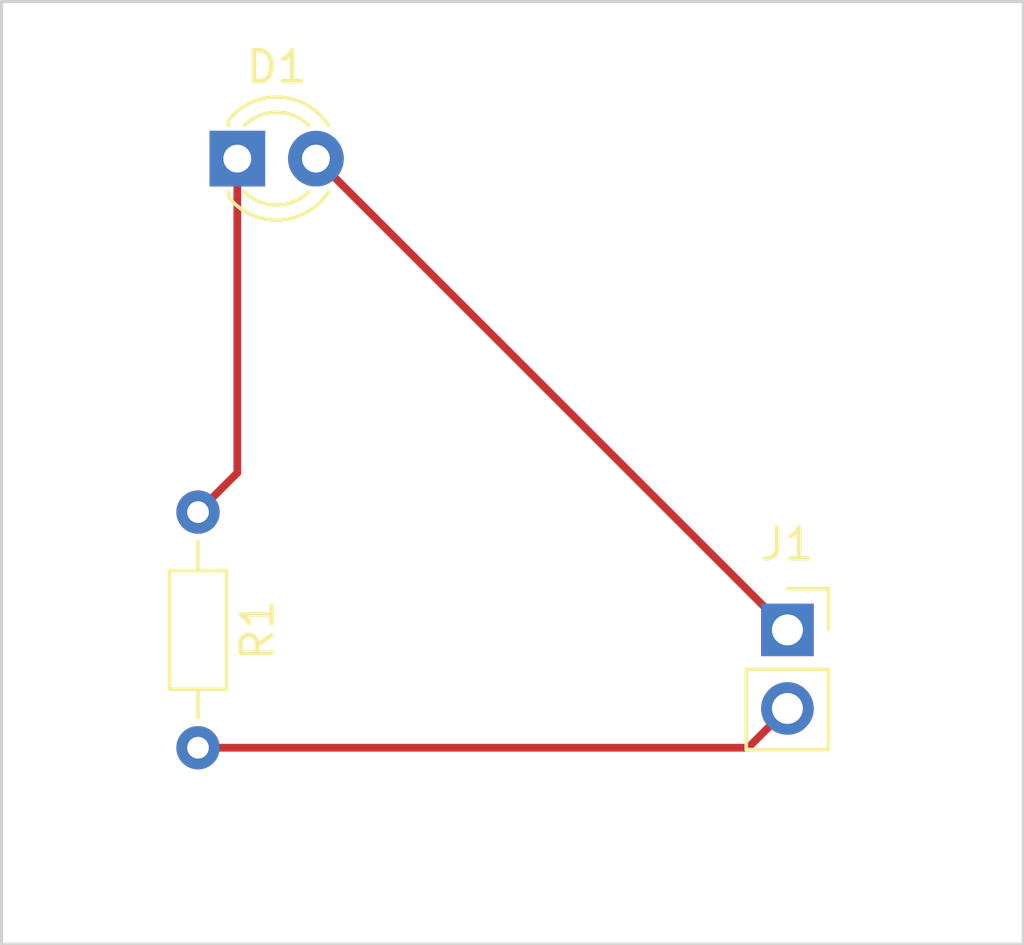
<source format=kicad_pcb>
(kicad_pcb (version 20221018) (generator pcbnew)
  (layers (0 "F.Cu" signal) (31 "B.Cu" signal) (34 "B.Paste" user) (35 "F.Paste" user) (36 "B.SilkS" user "B.Silkscreen") (37 "F.SilkS" user "F.Silkscreen") (38 "B.Mask" user) (39 "F.Mask" user) (44 "Edge.Cuts" user))
  (net 0 "")
  (net 1 "Net-(D1-K)")
  (net 2 "Net-(D1-A)")
  (net 3 "Net-(J1-Pin_2)")
  (footprint "Resistor_THT:R_Axial_DIN0204_L3.6mm_D1.6mm_P7.62mm_Horizontal" (layer "F.Cu") (at 87.63 62.23 -90)
    (fp_text reference "R1" (at 3.81 -1.92 90) (layer "F.SilkS"))
    (fp_text value "R")
    (fp_line (start 0.94 0) (end 1.89 0) (stroke (width 0.12)) (layer "F.SilkS"))
    (fp_line (start 1.89 -0.92) (end 1.89 0.92) (stroke (width 0.12)) (layer "F.SilkS"))
    (fp_line (start 1.89 0.92) (end 5.73 0.92) (stroke (width 0.12)) (layer "F.SilkS"))
    (fp_line (start 5.73 -0.92) (end 1.89 -0.92) (stroke (width 0.12)) (layer "F.SilkS"))
    (fp_line (start 5.73 0.92) (end 5.73 -0.92) (stroke (width 0.12)) (layer "F.SilkS"))
    (fp_line (start 6.68 0) (end 5.73 0) (stroke (width 0.12)) (layer "F.SilkS"))
    (pad "1" thru_hole circle (at 0 0 270) (size 1.4 1.4) (drill 0.7) (layers "*.Cu" "*.Mask") (net 1 "Net-(D1-K)"))
    (pad "2" thru_hole oval (at 7.62 0 270) (size 1.4 1.4) (drill 0.7) (layers "*.Cu" "*.Mask") (net 3 "Net-(J1-Pin_2)"))
  )
  (footprint "LED_THT:LED_D3.0mm" (layer "F.Cu") (at 88.9 50.8)
    (fp_text reference "D1" (at 1.27 -2.96) (layer "F.SilkS"))
    (fp_text value "LED")
    (fp_line (start -0.29 -1.236) (end -0.29 -1.08) (stroke (width 0.12)) (layer "F.SilkS"))
    (fp_line (start -0.29 1.08) (end -0.29 1.236) (stroke (width 0.12)) (layer "F.SilkS"))
    (fp_arc (start -0.29 -1.235516) (mid 1.366487 -1.987659) (end 2.942335 -1.078608) (stroke (width 0.12)) (layer "F.SilkS"))
    (fp_arc (start 0.229039 -1.08) (mid 1.270117 -1.5) (end 2.31113 -1.079837) (stroke (width 0.12)) (layer "F.SilkS"))
    (fp_arc (start 2.31113 1.079837) (mid 1.270117 1.5) (end 0.229039 1.08) (stroke (width 0.12)) (layer "F.SilkS"))
    (fp_arc (start 2.942335 1.078608) (mid 1.366487 1.987659) (end -0.29 1.235516) (stroke (width 0.12)) (layer "F.SilkS"))
    (pad "1" thru_hole rect (at 0 0) (size 1.8 1.8) (drill 0.9) (layers "*.Cu" "*.Mask") (net 1 "Net-(D1-K)"))
    (pad "2" thru_hole circle (at 2.54 0) (size 1.8 1.8) (drill 0.9) (layers "*.Cu" "*.Mask") (net 2 "Net-(D1-A)"))
  )
  (footprint "Connector_PinSocket_2.54mm:PinSocket_1x02_P2.54mm_Vertical" (layer "F.Cu") (at 106.68 66.04)
    (fp_text reference "J1" (at 0 -2.77) (layer "F.SilkS"))
    (fp_text value "Conn_01x02")
    (fp_line (start -1.33 1.27) (end -1.33 3.87) (stroke (width 0.12)) (layer "F.SilkS"))
    (fp_line (start -1.33 1.27) (end 1.33 1.27) (stroke (width 0.12)) (layer "F.SilkS"))
    (fp_line (start -1.33 3.87) (end 1.33 3.87) (stroke (width 0.12)) (layer "F.SilkS"))
    (fp_line (start 0 -1.33) (end 1.33 -1.33) (stroke (width 0.12)) (layer "F.SilkS"))
    (fp_line (start 1.33 -1.33) (end 1.33 0) (stroke (width 0.12)) (layer "F.SilkS"))
    (fp_line (start 1.33 1.27) (end 1.33 3.87) (stroke (width 0.12)) (layer "F.SilkS"))
    (pad "1" thru_hole rect (at 0 0) (size 1.7 1.7) (drill 1) (layers "*.Cu" "*.Mask") (net 2 "Net-(D1-A)"))
    (pad "2" thru_hole oval (at 0 2.54) (size 1.7 1.7) (drill 1) (layers "*.Cu" "*.Mask") (net 3 "Net-(J1-Pin_2)"))
  )
  (gr_rect (start 81.28 45.72) (end 114.3 76.2) (stroke (width 0.1)) (fill none) (layer "Edge.Cuts"))
  (segment (start 88.9 60.96) (end 87.63 62.23) (width 0.25) (layer "F.Cu") (net 1))
  (segment (start 88.9 50.8) (end 88.9 60.96) (width 0.25) (layer "F.Cu") (net 1))
  (segment (start 91.44 50.8) (end 106.68 66.04) (width 0.25) (layer "F.Cu") (net 2))
  (segment (start 105.41 69.85) (end 106.68 68.58) (width 0.25) (layer "F.Cu") (net 3))
  (segment (start 87.63 69.85) (end 105.41 69.85) (width 0.25) (layer "F.Cu") (net 3))
)
</source>
